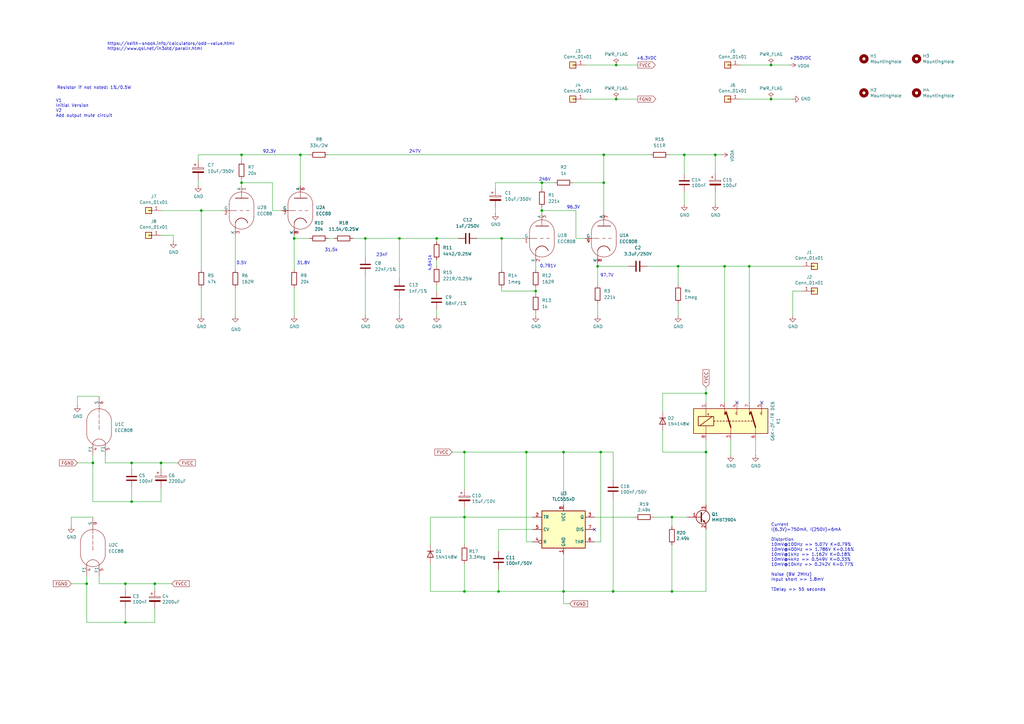
<source format=kicad_sch>
(kicad_sch (version 20231120) (generator "eeschema") (generator_version "8.0")
  (paper "A3")
  (title_block (title "Phono pre-amp MM ECC88-ECC808") (date "2024-11-20") (rev "V2"))
  (lib_symbols
    (symbol "Connector_Generic:Conn_01x01" (pin_names (offset 1.016) hide)
      (property "Reference" "J" (at 0 2.54 0))
      (property "Value" "Conn_01x01" (at 0 -2.54 0))
      (symbol "Conn_01x01_1_1"
        (pin passive line (at -5.08 0 0) (length 3.81) (name "Pin_1") (number "1"))
      )
    )
    (symbol "Device:C" (pin_numbers hide) (pin_names (offset 0.254))
      (property "Reference" "C" (at 0.635 2.54 0))
      (property "Value" "C" (at 0.635 -2.54 0))
      (symbol "C_1_1"
        (pin passive line (at 0 3.81 270) (length 2.794) (name "~") (number "1"))
        (pin passive line (at 0 -3.81 90) (length 2.794) (name "~") (number "2"))
      )
    )
    (symbol "Device:C_Polarized" (pin_numbers hide) (pin_names (offset 0.254))
      (property "Reference" "C" (at 0.635 2.54 0))
      (property "Value" "C_Polarized" (at 0.635 -2.54 0))
      (symbol "C_Polarized_1_1"
        (pin passive line (at 0 3.81 270) (length 2.794) (name "~") (number "1"))
        (pin passive line (at 0 -3.81 90) (length 2.794) (name "~") (number "2"))
      )
    )
    (symbol "Device:R" (pin_numbers hide) (pin_names (offset 0))
      (property "Reference" "R" (at 2.032 0 90))
      (property "Value" "R" (at 0 0 90))
      (symbol "R_1_1"
        (pin passive line (at 0 3.81 270) (length 1.27) (name "~") (number "1"))
        (pin passive line (at 0 -3.81 90) (length 1.27) (name "~") (number "2"))
      )
    )
    (symbol "Diode:1N4148W" (pin_numbers hide) (pin_names hide)
      (property "Reference" "D" (at 0 2.54 0))
      (property "Value" "1N4148W" (at 0 -2.54 0))
      (symbol "1N4148W_1_1"
        (pin passive line (at -3.81 0 0) (length 2.54) (name "K") (number "1"))
        (pin passive line (at 3.81 0 180) (length 2.54) (name "A") (number "2"))
      )
    )
    (symbol "Mechanical:MountingHole" (pin_names (offset 1.016)) (exclude_from_sim yes) (in_bom no)
      (property "Reference" "H" (at 0 5.08 0))
      (property "Value" "MountingHole" (at 0 3.175 0))
    )
    (symbol "Relay:G6K-2"
      (property "Reference" "K" (at 16.51 3.81 0))
      (property "Value" "G6K-2" (at 16.51 1.27 0))
      (symbol "G6K-2_0_0"
        (text "+" (at -9.271 2.921 0) (effects (font (size 1.27 1.27))))
      )
      (symbol "G6K-2_1_1"
        (pin passive line (at -10.16 7.62 270) (length 2.54) (name "~") (number "1"))
        (pin passive line (at -2.54 7.62 270) (length 2.54) (name "~") (number "2"))
        (pin passive line (at 0 -7.62 90) (length 2.54) (name "~") (number "3"))
        (pin passive line (at 2.54 7.62 270) (length 2.54) (name "~") (number "4"))
        (pin passive line (at 12.7 7.62 270) (length 2.54) (name "~") (number "5"))
        (pin passive line (at 10.16 -7.62 90) (length 2.54) (name "~") (number "6"))
        (pin passive line (at 7.62 7.62 270) (length 2.54) (name "~") (number "7"))
        (pin passive line (at -10.16 -7.62 90) (length 2.54) (name "~") (number "8"))
      )
    )
    (symbol "Timer:TLC555xD"
      (property "Reference" "U" (at -10.16 8.89 0))
      (property "Value" "TLC555xD" (at 2.54 8.89 0))
      (symbol "TLC555xD_0_0"
        (pin power_in line (at 0 -10.16 90) (length 2.54) (name "GND") (number "1"))
        (pin power_in line (at 0 10.16 270) (length 2.54) (name "VCC") (number "8"))
      )
      (symbol "TLC555xD_1_1"
        (pin input line (at -12.7 5.08 0) (length 3.81) (name "TR") (number "2"))
        (pin output line (at 12.7 5.08 180) (length 3.81) (name "Q") (number "3"))
        (pin input inverted (at -12.7 -5.08 0) (length 3.81) (name "R") (number "4"))
        (pin input line (at -12.7 0 0) (length 3.81) (name "CV") (number "5"))
        (pin input line (at 12.7 -5.08 180) (length 3.81) (name "THR") (number "6"))
        (pin input line (at 12.7 0 180) (length 3.81) (name "DIS") (number "7"))
      )
    )
    (symbol "Transistor_BJT:MMBT3904" (pin_names (offset 0) hide)
      (property "Reference" "Q" (at 5.08 1.905 0))
      (property "Value" "MMBT3904" (at 5.08 0 0))
      (symbol "MMBT3904_1_1"
        (pin input line (at -5.08 0 0) (length 5.715) (name "B") (number "1"))
        (pin passive line (at 2.54 -5.08 90) (length 2.54) (name "E") (number "2"))
        (pin passive line (at 2.54 5.08 270) (length 2.54) (name "C") (number "3"))
      )
    )
    (symbol "kicad-snk:ECC808" (pin_names (offset 0))
      (property "Reference" "U" (at 3.302 7.874 0))
      (property "Value" "ECC808" (at 8.89 -7.62 0))
      (symbol "ECC808_1_1"
        (pin output line (at 0 10.16 270) (length 2.54) (name "A") (number "7"))
        (pin bidirectional line (at -2.54 -10.16 90) (length 2.54) (name "K") (number "8"))
        (pin input line (at -7.62 0 0) (length 2.54) (name "G") (number "9"))
      )
      (symbol "ECC808_2_1"
        (pin input line (at -7.62 0 0) (length 2.54) (name "G") (number "1"))
        (pin bidirectional line (at -2.54 -10.16 90) (length 2.54) (name "K") (number "2"))
        (pin output line (at 0 10.16 270) (length 2.54) (name "A") (number "3"))
      )
      (symbol "ECC808_3_1"
        (pin power_in line (at -2.54 -11.43 90) (length 5.08) (name "F1") (number "4"))
        (pin power_in line (at 2.54 -11.43 90) (length 5.08) (name "F1") (number "5"))
        (pin passive line (at 0 12.7 270) (length 5.08) (name "S") (number "6"))
      )
    )
    (symbol "kicad-snk:ECC88" (pin_names (offset 0))
      (property "Reference" "U" (at 3.302 7.874 0))
      (property "Value" "ECC88" (at 8.89 -7.62 0))
      (symbol "ECC88_1_1"
        (pin output line (at 0 10.16 270) (length 2.54) (name "A") (number "6"))
        (pin input line (at -7.62 0 0) (length 2.54) (name "G") (number "7"))
        (pin bidirectional line (at -2.54 -10.16 90) (length 2.54) (name "K") (number "8"))
      )
      (symbol "ECC88_2_1"
        (pin output line (at 0 10.16 270) (length 2.54) (name "A") (number "1"))
        (pin input line (at -7.62 0 0) (length 2.54) (name "G") (number "2"))
        (pin bidirectional line (at -2.54 -10.16 90) (length 2.54) (name "K") (number "3"))
      )
      (symbol "ECC88_3_1"
        (pin power_in line (at -2.54 -11.43 90) (length 5.08) (name "F1") (number "4"))
        (pin power_in line (at 2.54 -11.43 90) (length 5.08) (name "F1") (number "5"))
        (pin passive line (at 0 12.7 270) (length 5.08) (name "S") (number "9"))
      )
    )
    (symbol "power:GND" (power) (pin_numbers hide) (pin_names (offset 0) hide)
      (property "Value" "GND" (at 0 -3.81 0))
      (symbol "GND_1_1"
        (pin power_in line (at 0 0 270) (length 0) (name "~") (number "1"))
      )
    )
    (symbol "power:PWR_FLAG" (power) (pin_numbers hide) (pin_names (offset 0) hide)
      (property "Value" "PWR_FLAG" (at 0 3.81 0))
      (symbol "PWR_FLAG_0_0"
        (pin power_out line (at 0 0 90) (length 0) (name "~") (number "1"))
      )
    )
    (symbol "power:VDDA" (power) (pin_numbers hide) (pin_names (offset 0) hide)
      (property "Value" "VDDA" (at 0 3.556 0))
      (symbol "VDDA_1_1"
        (pin power_in line (at 0 0 90) (length 0) (name "~") (number "1"))
      )
    )
  )
  (junction (at 231.14 242.57))
  (junction (at 99.06 63.5))
  (junction (at 289.56 161.29))
  (junction (at 120.65 97.79))
  (junction (at 245.11 109.22))
  (junction (at 204.47 242.57))
  (junction (at 190.5 185.42))
  (junction (at 53.975 189.865))
  (junction (at 215.9 185.42))
  (junction (at 35.56 239.395))
  (junction (at 63.5 239.395))
  (junction (at 222.25 74.93))
  (junction (at 231.14 185.42))
  (junction (at 275.59 212.09))
  (junction (at 247.65 74.93))
  (junction (at 66.04 189.865))
  (junction (at 53.975 205.74))
  (junction (at 316.23 40.64))
  (junction (at 219.71 119.38))
  (junction (at 280.67 63.5))
  (junction (at 316.23 26.67))
  (junction (at 252.73 40.64))
  (junction (at 246.38 185.42))
  (junction (at 289.56 185.42))
  (junction (at 190.5 212.09))
  (junction (at 222.25 86.36))
  (junction (at 163.83 97.79))
  (junction (at 307.34 109.22))
  (junction (at 297.18 109.22))
  (junction (at 179.07 97.79))
  (junction (at 252.73 26.67))
  (junction (at 251.46 242.57))
  (junction (at 123.19 63.5))
  (junction (at 275.59 242.57))
  (junction (at 51.435 239.395))
  (junction (at 51.435 255.27))
  (junction (at 38.1 189.865))
  (junction (at 82.55 86.36))
  (junction (at 278.13 109.22))
  (junction (at 99.06 74.93))
  (junction (at 205.74 97.79))
  (junction (at 149.86 97.79))
  (junction (at 247.65 63.5))
  (junction (at 293.37 63.5))
  (junction (at 190.5 242.57))
  (no_connect (at 243.84 217.17))
  (no_connect (at 302.26 165.1))
  (no_connect (at 312.42 165.1))
  (wire (pts (xy 251.46 242.57) (xy 231.14 242.57)))
  (wire (pts (xy 251.46 196.85) (xy 251.46 185.42)))
  (wire (pts (xy 203.2 77.47) (xy 203.2 74.93)))
  (wire (pts (xy 203.2 74.93) (xy 222.25 74.93)))
  (wire (pts (xy 246.38 222.25) (xy 246.38 185.42)))
  (wire (pts (xy 43.18 189.865) (xy 53.975 189.865)))
  (wire (pts (xy 163.83 97.79) (xy 149.86 97.79)))
  (wire (pts (xy 280.67 71.12) (xy 280.67 63.5)))
  (wire (pts (xy 53.975 189.865) (xy 66.04 189.865)))
  (wire (pts (xy 38.1 205.74) (xy 53.975 205.74)))
  (wire (pts (xy 271.78 168.91) (xy 271.78 161.29)))
  (wire (pts (xy 231.14 207.01) (xy 231.14 185.42)))
  (wire (pts (xy 325.12 119.38) (xy 325.12 129.54)))
  (wire (pts (xy 163.83 97.79) (xy 179.07 97.79)))
  (wire (pts (xy 29.21 239.395) (xy 35.56 239.395)))
  (wire (pts (xy 29.21 215.9) (xy 29.21 212.09)))
  (wire (pts (xy 293.37 63.5) (xy 293.37 71.12)))
  (wire (pts (xy 179.07 106.68) (xy 179.07 109.22)))
  (wire (pts (xy 252.73 26.67) (xy 240.03 26.67)))
  (wire (pts (xy 144.78 97.79) (xy 149.86 97.79)))
  (wire (pts (xy 123.19 63.5) (xy 99.06 63.5)))
  (wire (pts (xy 222.25 85.09) (xy 222.25 86.36)))
  (wire (pts (xy 316.23 26.67) (xy 303.53 26.67)))
  (wire (pts (xy 81.28 66.04) (xy 81.28 63.5)))
  (wire (pts (xy 218.44 222.25) (xy 215.9 222.25)))
  (wire (pts (xy 82.55 86.36) (xy 82.55 110.49)))
  (wire (pts (xy 185.42 185.42) (xy 190.5 185.42)))
  (wire (pts (xy 325.12 119.38) (xy 328.93 119.38)))
  (wire (pts (xy 281.94 212.09) (xy 275.59 212.09)))
  (wire (pts (xy 222.25 86.36) (xy 236.22 86.36)))
  (wire (pts (xy 134.62 63.5) (xy 247.65 63.5)))
  (wire (pts (xy 179.07 97.79) (xy 179.07 99.06)))
  (wire (pts (xy 35.56 239.395) (xy 35.56 255.27)))
  (wire (pts (xy 309.88 186.69) (xy 309.88 180.34)))
  (wire (pts (xy 35.56 239.395) (xy 35.56 236.22)))
  (wire (pts (xy 247.65 74.93) (xy 247.65 63.5)))
  (wire (pts (xy 271.78 161.29) (xy 289.56 161.29)))
  (wire (pts (xy 275.59 215.9) (xy 275.59 212.09)))
  (wire (pts (xy 316.23 40.64) (xy 325.12 40.64)))
  (wire (pts (xy 236.22 97.79) (xy 236.22 86.36)))
  (wire (pts (xy 120.65 97.79) (xy 127 97.79)))
  (wire (pts (xy 245.11 124.46) (xy 245.11 129.54)))
  (wire (pts (xy 115.57 86.36) (xy 111.76 86.36)))
  (wire (pts (xy 66.04 86.36) (xy 82.55 86.36)))
  (wire (pts (xy 120.65 118.11) (xy 120.65 129.54)))
  (wire (pts (xy 278.13 124.46) (xy 278.13 129.54)))
  (wire (pts (xy 190.5 212.09) (xy 190.5 208.28)))
  (wire (pts (xy 233.68 247.65) (xy 231.14 247.65)))
  (wire (pts (xy 218.44 217.17) (xy 204.47 217.17)))
  (wire (pts (xy 96.52 118.11) (xy 96.52 129.54)))
  (wire (pts (xy 120.65 97.79) (xy 120.65 110.49)))
  (wire (pts (xy 99.06 73.66) (xy 99.06 74.93)))
  (wire (pts (xy 190.5 212.09) (xy 176.53 212.09)))
  (wire (pts (xy 323.85 26.67) (xy 316.23 26.67)))
  (wire (pts (xy 231.14 242.57) (xy 204.47 242.57)))
  (wire (pts (xy 205.74 118.11) (xy 205.74 119.38)))
  (wire (pts (xy 231.14 227.33) (xy 231.14 242.57)))
  (wire (pts (xy 53.975 200.025) (xy 53.975 205.74)))
  (wire (pts (xy 38.1 189.865) (xy 38.1 205.74)))
  (wire (pts (xy 81.28 73.66) (xy 81.28 76.2)))
  (wire (pts (xy 66.04 189.865) (xy 73.025 189.865)))
  (wire (pts (xy 219.71 128.27) (xy 219.71 129.54)))
  (wire (pts (xy 179.07 97.79) (xy 187.96 97.79)))
  (wire (pts (xy 219.71 118.11) (xy 219.71 119.38)))
  (wire (pts (xy 66.04 205.74) (xy 53.975 205.74)))
  (wire (pts (xy 278.13 109.22) (xy 297.18 109.22)))
  (wire (pts (xy 265.43 109.22) (xy 278.13 109.22)))
  (wire (pts (xy 176.53 212.09) (xy 176.53 223.52)))
  (wire (pts (xy 247.65 87.63) (xy 247.65 74.93)))
  (wire (pts (xy 246.38 185.42) (xy 231.14 185.42)))
  (wire (pts (xy 40.64 239.395) (xy 51.435 239.395)))
  (wire (pts (xy 245.11 109.22) (xy 257.81 109.22)))
  (wire (pts (xy 111.76 86.36) (xy 111.76 74.93)))
  (wire (pts (xy 176.53 242.57) (xy 176.53 231.14)))
  (wire (pts (xy 289.56 180.34) (xy 289.56 185.42)))
  (wire (pts (xy 204.47 217.17) (xy 204.47 226.06)))
  (wire (pts (xy 299.72 186.69) (xy 299.72 180.34)))
  (wire (pts (xy 303.53 40.64) (xy 316.23 40.64)))
  (wire (pts (xy 245.11 109.22) (xy 245.11 116.84)))
  (wire (pts (xy 31.75 166.37) (xy 31.75 162.56)))
  (wire (pts (xy 29.21 212.09) (xy 38.1 212.09)))
  (wire (pts (xy 218.44 212.09) (xy 190.5 212.09)))
  (wire (pts (xy 66.04 200.025) (xy 66.04 205.74)))
  (wire (pts (xy 205.74 97.79) (xy 214.63 97.79)))
  (wire (pts (xy 35.56 255.27) (xy 51.435 255.27)))
  (wire (pts (xy 289.56 242.57) (xy 275.59 242.57)))
  (wire (pts (xy 163.83 114.3) (xy 163.83 97.79)))
  (wire (pts (xy 82.55 118.11) (xy 82.55 129.54)))
  (wire (pts (xy 222.25 77.47) (xy 222.25 74.93)))
  (wire (pts (xy 243.84 212.09) (xy 260.35 212.09)))
  (wire (pts (xy 271.78 185.42) (xy 289.56 185.42)))
  (wire (pts (xy 51.435 249.555) (xy 51.435 255.27)))
  (wire (pts (xy 190.5 200.66) (xy 190.5 185.42)))
  (wire (pts (xy 231.14 185.42) (xy 215.9 185.42)))
  (wire (pts (xy 289.56 185.42) (xy 289.56 207.01)))
  (wire (pts (xy 251.46 204.47) (xy 251.46 242.57)))
  (wire (pts (xy 222.25 74.93) (xy 227.33 74.93)))
  (wire (pts (xy 63.5 239.395) (xy 63.5 241.935)))
  (wire (pts (xy 275.59 242.57) (xy 251.46 242.57)))
  (wire (pts (xy 274.32 63.5) (xy 280.67 63.5)))
  (wire (pts (xy 149.86 113.03) (xy 149.86 129.54)))
  (wire (pts (xy 120.65 96.52) (xy 120.65 97.79)))
  (wire (pts (xy 222.25 86.36) (xy 222.25 87.63)))
  (wire (pts (xy 231.14 242.57) (xy 231.14 247.65)))
  (wire (pts (xy 66.04 189.865) (xy 66.04 192.405)))
  (wire (pts (xy 219.71 119.38) (xy 219.71 120.65)))
  (wire (pts (xy 40.64 239.395) (xy 40.64 236.22)))
  (wire (pts (xy 190.5 242.57) (xy 190.5 231.14)))
  (wire (pts (xy 71.12 96.52) (xy 66.04 96.52)))
  (wire (pts (xy 63.5 239.395) (xy 70.485 239.395)))
  (wire (pts (xy 307.34 109.22) (xy 328.93 109.22)))
  (wire (pts (xy 203.2 85.09) (xy 203.2 87.63)))
  (wire (pts (xy 190.5 185.42) (xy 215.9 185.42)))
  (wire (pts (xy 31.75 162.56) (xy 40.64 162.56)))
  (wire (pts (xy 245.11 107.95) (xy 245.11 109.22)))
  (wire (pts (xy 289.56 161.29) (xy 289.56 158.75)))
  (wire (pts (xy 307.34 109.22) (xy 307.34 165.1)))
  (wire (pts (xy 63.5 255.27) (xy 51.435 255.27)))
  (wire (pts (xy 82.55 86.36) (xy 91.44 86.36)))
  (wire (pts (xy 38.1 189.865) (xy 38.1 186.69)))
  (wire (pts (xy 63.5 249.555) (xy 63.5 255.27)))
  (wire (pts (xy 53.975 189.865) (xy 53.975 192.405)))
  (wire (pts (xy 289.56 165.1) (xy 289.56 161.29)))
  (wire (pts (xy 71.12 96.52) (xy 71.12 99.06)))
  (wire (pts (xy 280.67 83.82) (xy 280.67 78.74)))
  (wire (pts (xy 127 63.5) (xy 123.19 63.5)))
  (wire (pts (xy 293.37 83.82) (xy 293.37 78.74)))
  (wire (pts (xy 96.52 96.52) (xy 96.52 110.49)))
  (wire (pts (xy 204.47 242.57) (xy 190.5 242.57)))
  (wire (pts (xy 219.71 107.95) (xy 219.71 110.49)))
  (wire (pts (xy 134.62 97.79) (xy 137.16 97.79)))
  (wire (pts (xy 275.59 212.09) (xy 267.97 212.09)))
  (wire (pts (xy 111.76 74.93) (xy 99.06 74.93)))
  (wire (pts (xy 293.37 63.5) (xy 295.91 63.5)))
  (wire (pts (xy 43.18 189.865) (xy 43.18 186.69)))
  (wire (pts (xy 190.5 242.57) (xy 176.53 242.57)))
  (wire (pts (xy 278.13 109.22) (xy 278.13 116.84)))
  (wire (pts (xy 251.46 185.42) (xy 246.38 185.42)))
  (wire (pts (xy 99.06 63.5) (xy 99.06 66.04)))
  (wire (pts (xy 190.5 212.09) (xy 190.5 223.52)))
  (wire (pts (xy 51.435 239.395) (xy 63.5 239.395)))
  (wire (pts (xy 297.18 109.22) (xy 297.18 165.1)))
  (wire (pts (xy 51.435 239.395) (xy 51.435 241.935)))
  (wire (pts (xy 297.18 109.22) (xy 307.34 109.22)))
  (wire (pts (xy 205.74 97.79) (xy 205.74 110.49)))
  (wire (pts (xy 271.78 176.53) (xy 271.78 185.42)))
  (wire (pts (xy 234.95 74.93) (xy 247.65 74.93)))
  (wire (pts (xy 195.58 97.79) (xy 205.74 97.79)))
  (wire (pts (xy 149.86 105.41) (xy 149.86 97.79)))
  (wire (pts (xy 280.67 63.5) (xy 293.37 63.5)))
  (wire (pts (xy 99.06 74.93) (xy 99.06 76.2)))
  (wire (pts (xy 179.07 116.84) (xy 179.07 119.38)))
  (wire (pts (xy 123.19 63.5) (xy 123.19 76.2)))
  (wire (pts (xy 275.59 223.52) (xy 275.59 242.57)))
  (wire (pts (xy 252.73 40.64) (xy 261.62 40.64)))
  (wire (pts (xy 215.9 222.25) (xy 215.9 185.42)))
  (wire (pts (xy 163.83 121.92) (xy 163.83 129.54)))
  (wire (pts (xy 31.75 189.865) (xy 38.1 189.865)))
  (wire (pts (xy 179.07 127) (xy 179.07 129.54)))
  (wire (pts (xy 252.73 26.67) (xy 261.62 26.67)))
  (wire (pts (xy 243.84 222.25) (xy 246.38 222.25)))
  (wire (pts (xy 81.28 63.5) (xy 99.06 63.5)))
  (wire (pts (xy 204.47 242.57) (xy 204.47 233.68)))
  (wire (pts (xy 205.74 119.38) (xy 219.71 119.38)))
  (wire (pts (xy 240.03 40.64) (xy 252.73 40.64)))
  (wire (pts (xy 289.56 217.17) (xy 289.56 242.57)))
  (wire (pts (xy 240.03 97.79) (xy 236.22 97.79)))
  (wire (pts (xy 247.65 63.5) (xy 266.7 63.5)))
  (text "92.3V" (at 110.49 62.23 0) (effects (font (size 1.27 1.27))))
  (text "247V" (at 170.18 62.23 0) (effects (font (size 1.27 1.27))))
  (text "0.791V" (at 224.79 109.22 0) (effects (font (size 1.27 1.27))))
  (text "23nF" (at 156.718 104.648 0) (effects (font (size 1.27 1.27))))
  (text "+250VDC" (at 323.85 24.765 0) (effects (font (size 1.27 1.27)) (justify left bottom)))
  (text "31.8V" (at 124.46 107.95 0) (effects (font (size 1.27 1.27))))
  (text "4.641k" (at 176.276 107.95 90) (effects (font (size 1.27 1.27))))
  (text "Resistor if not noted: 1%/0.5W" (at 38.608 36.068 0) (effects (font (size 1.27 1.27))))
  (text "Current\nI(6.3V)=750mA, I(250V)=6mA\n\nDistortion\n10mV@100Hz => 5.07V K=0.79%\n10mV@400Hz => 1.786V K=0.16%\n10mV@1kHz => 1.162V K=0.18%\n10mV@4kHz => 0.549V K=0.33%\n10mV@10kHz => 0.242V K=0.77%\n\nNoise (BW 2MHz)\nInput short => 1.8mV\n\nTDelay => 55 seconds" (at 316.23 228.6 0) (effects (font (size 1.27 1.27)) (justify left)))
  (text "31.5k" (at 135.89 102.616 0) (effects (font (size 1.27 1.27))))
  (text "246V" (at 220.98 73.66 0) (effects (font (size 1.27 1.27)) (justify left)))
  (text "V1\nInitial Version\nV2\nAdd output mute circuit" (at 22.86 44.45 0) (effects (font (size 1.27 1.27)) (justify left)))
  (text "96.3V" (at 232.41 85.09 0) (effects (font (size 1.27 1.27)) (justify left)))
  (text "97.7V" (at 248.92 113.03 0) (effects (font (size 1.27 1.27))))
  (text "https://keith-snook.info/calculators/odd-value.html\nhttps://www.qsl.net/in3otd/parallr.html" (at 43.942 19.05 0) (effects (font (size 1.27 1.27)) (justify left)))
  (text "+6.3VDC" (at 260.985 24.765 0) (effects (font (size 1.27 1.27)) (justify left bottom)))
  (text "0.5V" (at 99.06 107.95 0) (effects (font (size 1.27 1.27))))
  (global_label "FGND" (shape input) (at 31.75 189.865 180) (property "Intersheetrefs" "${INTERSHEET_REFS}" (effects (hide yes))))
  (global_label "FVCC" (shape input) (at 185.42 185.42 180) (property "Intersheetrefs" "${INTERSHEET_REFS}" (effects (hide yes))))
  (global_label "FVCC" (shape input) (at 70.485 239.395 0) (property "Intersheetrefs" "${INTERSHEET_REFS}" (effects (hide yes))))
  (global_label "FGND" (shape output) (at 261.62 40.64 0) (property "Intersheetrefs" "${INTERSHEET_REFS}" (effects (hide yes))))
  (global_label "FVCC" (shape input) (at 289.56 158.75 90) (property "Intersheetrefs" "${INTERSHEET_REFS}" (effects (hide yes))))
  (global_label "FVCC" (shape output) (at 261.62 26.67 0) (property "Intersheetrefs" "${INTERSHEET_REFS}" (effects (hide yes))))
  (global_label "FGND" (shape input) (at 233.68 247.65 0) (property "Intersheetrefs" "${INTERSHEET_REFS}" (effects (hide yes))))
  (global_label "FGND" (shape input) (at 29.21 239.395 180) (property "Intersheetrefs" "${INTERSHEET_REFS}" (effects (hide yes))))
  (global_label "FVCC" (shape input) (at 73.025 189.865 0) (property "Intersheetrefs" "${INTERSHEET_REFS}" (effects (hide yes))))
  (symbol (lib_id "Connector_Generic:Conn_01x01") (at 298.45 40.64 180) (unit 1)
    (property "Reference" "J6" (at 300.5328 34.925 0))
    (property "Value" "Conn_01x01" (at 300.5328 37.2364 0))
    (property "Footprint" "Connector_Pin:Pin_D1.3mm_L11.0mm" (effects (hide yes)))
    (property "Description" "Generic connector, single row, 01x01, script generated (kicad-library-utils/schlib/autogen/connector/)" (effects (hide yes)))
  )
  (symbol (lib_id "power:GND") (at 309.88 186.69 0) (unit 1)
    (property "Reference" "#PWR011" (effects (hide yes)))
    (property "Value" "GND" (at 310.007 191.0842 0))
    (property "Description" "Power symbol creates a global label with name \"GND\" , ground" (effects (hide yes)))
  )
  (symbol (lib_id "power:GND") (at 245.11 129.54 0) (unit 1)
    (property "Reference" "#PWR018" (effects (hide yes)))
    (property "Value" "GND" (at 245.237 133.9342 0))
    (property "Description" "Power symbol creates a global label with name \"GND\" , ground" (effects (hide yes)))
  )
  (symbol (lib_id "Connector_Generic:Conn_01x01") (at 234.95 26.67 180) (unit 1)
    (property "Reference" "J3" (at 237.0328 20.955 0))
    (property "Value" "Conn_01x01" (at 237.0328 23.2664 0))
    (property "Footprint" "Connector_Pin:Pin_D1.3mm_L11.0mm" (effects (hide yes)))
    (property "Description" "Generic connector, single row, 01x01, script generated (kicad-library-utils/schlib/autogen/connector/)" (effects (hide yes)))
  )
  (symbol (lib_id "Transistor_BJT:MMBT3904") (at 287.02 212.09 0) (unit 1)
    (property "Reference" "Q1" (at 291.8714 210.9216 0) (effects (justify left)))
    (property "Value" "MMBT3904" (at 291.8714 213.233 0) (effects (justify left)))
    (property "Footprint" "Package_TO_SOT_SMD:SOT-23" (effects (hide yes)))
    (property "Datasheet" "https://www.onsemi.com/pdf/datasheet/pzt3904-d.pdf" (effects (hide yes)))
    (property "Description" "0.2A Ic, 40V Vce, Small Signal NPN Transistor, SOT-23" (effects (hide yes)))
  )
  (symbol (lib_id "Device:C") (at 261.62 109.22 90) (unit 1)
    (property "Reference" "C2" (at 261.62 101.6 90))
    (property "Value" "3.3uF/250V" (at 261.62 104.14 90))
    (property "Footprint" "Capacitor_THT:C_Rect_L31.5mm_W13.0mm_P27.50mm_MKS4" (effects (hide yes)))
    (property "Description" "Unpolarized capacitor" (effects (hide yes)))
  )
  (symbol (lib_id "power:GND") (at 293.37 83.82 0) (unit 1)
    (property "Reference" "#PWR022" (effects (hide yes)))
    (property "Value" "GND" (at 293.497 88.2142 0))
    (property "Description" "Power symbol creates a global label with name \"GND\" , ground" (effects (hide yes)))
  )
  (symbol (lib_id "Device:R") (at 82.55 114.3 0) (unit 1)
    (property "Reference" "R5" (at 85.09 113.0299 0) (effects (justify left)))
    (property "Value" "47k" (at 85.09 115.5699 0) (effects (justify left)))
    (property "Footprint" "Resistor_THT:R_Axial_DIN0207_L6.3mm_D2.5mm_P10.16mm_Horizontal" (effects (hide yes)))
    (property "Description" "Resistor" (effects (hide yes)))
  )
  (symbol (lib_id "Device:R") (at 222.25 81.28 0) (unit 1)
    (property "Reference" "R1" (at 224.79 80.0099 0) (effects (justify left)))
    (property "Value" "221k" (at 224.79 82.5499 0) (effects (justify left)))
    (property "Footprint" "Resistor_THT:R_Axial_DIN0207_L6.3mm_D2.5mm_P10.16mm_Horizontal" (effects (hide yes)))
    (property "Description" "Resistor" (effects (hide yes)))
  )
  (symbol (lib_id "Device:C") (at 251.46 200.66 0) (unit 1)
    (property "Reference" "C16" (at 254.381 199.4916 0) (effects (justify left)))
    (property "Value" "100nF/50V" (at 254.381 201.803 0) (effects (justify left)))
    (property "Footprint" "Capacitor_SMD:C_0805_2012Metric_Pad1.18x1.45mm_HandSolder" (effects (hide yes)))
    (property "Description" "Unpolarized capacitor" (effects (hide yes)))
  )
  (symbol (lib_id "Device:C_Polarized") (at 293.37 74.93 0) (unit 1)
    (property "Reference" "C15" (at 296.3672 73.7616 0) (effects (justify left)))
    (property "Value" "100uF" (at 296.3672 76.073 0) (effects (justify left)))
    (property "Footprint" "Capacitor_THT:CP_Radial_D18.0mm_P7.50mm" (effects (hide yes)))
    (property "Description" "Polarized capacitor" (effects (hide yes)))
  )
  (symbol (lib_id "power:GND") (at 219.71 129.54 0) (unit 1)
    (property "Reference" "#PWR017" (effects (hide yes)))
    (property "Value" "GND" (at 219.837 133.9342 0))
    (property "Description" "Power symbol creates a global label with name \"GND\" , ground" (effects (hide yes)))
  )
  (symbol (lib_id "Connector_Generic:Conn_01x01") (at 234.95 40.64 180) (unit 1)
    (property "Reference" "J4" (at 237.0328 34.925 0))
    (property "Value" "Conn_01x01" (at 237.0328 37.2364 0))
    (property "Footprint" "Connector_Pin:Pin_D1.3mm_L11.0mm" (effects (hide yes)))
    (property "Description" "Generic connector, single row, 01x01, script generated (kicad-library-utils/schlib/autogen/connector/)" (effects (hide yes)))
  )
  (symbol (lib_id "Device:R") (at 96.52 114.3 0) (unit 1)
    (property "Reference" "R6" (at 99.06 113.0299 0) (effects (justify left)))
    (property "Value" "162R" (at 99.06 115.5699 0) (effects (justify left)))
    (property "Footprint" "Resistor_THT:R_Axial_DIN0207_L6.3mm_D2.5mm_P10.16mm_Horizontal" (effects (hide yes)))
    (property "Description" "Resistor" (effects (hide yes)))
  )
  (symbol (lib_id "Device:C") (at 51.435 245.745 0) (unit 1)
    (property "Reference" "C3" (at 54.356 244.5766 0) (effects (justify left)))
    (property "Value" "100nF" (at 54.356 246.888 0) (effects (justify left)))
    (property "Footprint" "Capacitor_THT:C_Rect_L7.2mm_W2.5mm_P5.00mm_FKS2_FKP2_MKS2_MKP2" (effects (hide yes)))
    (property "Description" "Unpolarized capacitor" (effects (hide yes)))
  )
  (symbol (lib_id "Device:R") (at 120.65 114.3 0) (unit 1)
    (property "Reference" "R9" (at 123.19 113.0299 0) (effects (justify left)))
    (property "Value" "20k" (at 123.19 115.5699 0) (effects (justify left)))
    (property "Footprint" "Resistor_THT:R_Axial_DIN0207_L6.3mm_D2.5mm_P10.16mm_Horizontal" (effects (hide yes)))
    (property "Description" "Resistor" (effects (hide yes)))
  )
  (symbol (lib_id "power:GND") (at 163.83 129.54 0) (unit 1)
    (property "Reference" "#PWR014" (effects (hide yes)))
    (property "Value" "GND" (at 163.957 133.9342 0))
    (property "Description" "Power symbol creates a global label with name \"GND\" , ground" (effects (hide yes)))
  )
  (symbol (lib_id "power:PWR_FLAG") (at 316.23 40.64 0) (unit 1)
    (property "Reference" "#FLG04" (effects (hide yes)))
    (property "Value" "PWR_FLAG" (at 316.23 36.2458 0))
    (property "Description" "Special symbol for telling ERC where power comes from" (effects (hide yes)))
  )
  (symbol (lib_id "power:GND") (at 280.67 83.82 0) (unit 1)
    (property "Reference" "#PWR021" (effects (hide yes)))
    (property "Value" "GND" (at 280.797 88.2142 0))
    (property "Description" "Power symbol creates a global label with name \"GND\" , ground" (effects (hide yes)))
  )
  (symbol (lib_id "Relay:G6K-2") (at 299.72 172.72 0) (unit 1)
    (property "Reference" "K1" (at 319.2018 172.72 90))
    (property "Value" "G6K-2F-TR DC6" (at 316.8904 172.72 90))
    (property "Footprint" "Relay_SMD:Relay_DPDT_Omron_G6K-2F" (effects (hide yes)))
    (property "Datasheet" "http://omronfs.omron.com/en_US/ecb/products/pdf/en-g6k.pdf" (effects (hide yes)))
    (property "Description" "Miniature 2-pole relay, Single-side Stable" (effects (hide yes)))
  )
  (symbol (lib_id "power:GND") (at 82.55 129.54 0) (unit 1)
    (property "Reference" "#PWR07" (effects (hide yes)))
    (property "Value" "GND" (at 82.677 133.9342 0))
    (property "Description" "Power symbol creates a global label with name \"GND\" , ground" (effects (hide yes)))
  )
  (symbol (lib_id "Connector_Generic:Conn_01x01") (at 60.96 86.36 180) (unit 1)
    (property "Reference" "J7" (at 63.0428 80.645 0))
    (property "Value" "Conn_01x01" (at 63.0428 82.9564 0))
    (property "Footprint" "Connector_Pin:Pin_D1.0mm_L10.0mm" (effects (hide yes)))
    (property "Description" "Generic connector, single row, 01x01, script generated (kicad-library-utils/schlib/autogen/connector/)" (effects (hide yes)))
  )
  (symbol (lib_id "Device:R") (at 278.13 120.65 0) (unit 1)
    (property "Reference" "R4" (at 280.67 119.3799 0) (effects (justify left)))
    (property "Value" "1meg" (at 280.67 121.9199 0) (effects (justify left)))
    (property "Footprint" "Resistor_THT:R_Axial_DIN0207_L6.3mm_D2.5mm_P10.16mm_Horizontal" (effects (hide yes)))
    (property "Description" "Resistor" (effects (hide yes)))
  )
  (symbol (lib_id "kicad-snk:ECC88") (at 99.06 86.36 0) (unit 2)
    (property "Reference" "U2" (at 105.41 85.0899 0) (effects (justify left)))
    (property "Value" "ECC88" (at 105.41 87.6299 0) (effects (justify left)))
    (property "Footprint" "kicad-snk:TubeNoval-ECC88" (effects (hide yes)))
    (property "Datasheet" "https://frank.pocnet.net/sheets/009/e/E88CC.pdf" (effects (hide yes)))
    (property "Description" "double triode" (effects (hide yes)))
  )
  (symbol (lib_id "power:GND") (at 299.72 186.69 0) (unit 1)
    (property "Reference" "#PWR010" (effects (hide yes)))
    (property "Value" "GND" (at 299.847 191.0842 0))
    (property "Description" "Power symbol creates a global label with name \"GND\" , ground" (effects (hide yes)))
  )
  (symbol (lib_id "Device:R") (at 190.5 227.33 0) (unit 1)
    (property "Reference" "R17" (at 192.278 226.1616 0) (effects (justify left)))
    (property "Value" "3.3Meg" (at 192.278 228.473 0) (effects (justify left)))
    (property "Footprint" "Resistor_SMD:R_0805_2012Metric_Pad1.20x1.40mm_HandSolder" (effects (hide yes)))
    (property "Description" "Resistor" (effects (hide yes)))
  )
  (symbol (lib_id "Device:R") (at 245.11 120.65 0) (unit 1)
    (property "Reference" "R3" (at 247.65 119.3799 0) (effects (justify left)))
    (property "Value" "221k" (at 247.65 121.9199 0) (effects (justify left)))
    (property "Footprint" "Resistor_THT:R_Axial_DIN0207_L6.3mm_D2.5mm_P10.16mm_Horizontal" (effects (hide yes)))
    (property "Description" "Resistor" (effects (hide yes)))
  )
  (symbol (lib_id "power:GND") (at 325.12 40.64 90) (unit 1)
    (property "Reference" "#PWR03" (effects (hide yes)))
    (property "Value" "GND" (at 328.3712 40.513 90) (effects (justify right)))
    (property "Description" "Power symbol creates a global label with name \"GND\" , ground" (effects (hide yes)))
  )
  (symbol (lib_id "power:VDDA") (at 323.85 26.67 270) (unit 1)
    (property "Reference" "#PWR02" (effects (hide yes)))
    (property "Value" "VDDA" (at 327.1012 27.051 90) (effects (justify left)))
    (property "Description" "Power symbol creates a global label with name \"VDDA\"" (effects (hide yes)))
  )
  (symbol (lib_id "power:PWR_FLAG") (at 252.73 40.64 0) (unit 1)
    (property "Reference" "#FLG02" (effects (hide yes)))
    (property "Value" "PWR_FLAG" (at 252.73 36.2458 0))
    (property "Description" "Special symbol for telling ERC where power comes from" (effects (hide yes)))
  )
  (symbol (lib_id "kicad-snk:ECC88") (at 38.1 224.79 0) (unit 3)
    (property "Reference" "U2" (at 44.45 223.5088 0) (effects (justify left)))
    (property "Value" "ECC88" (at 44.45 226.0488 0) (effects (justify left)))
    (property "Footprint" "kicad-snk:TubeNoval-ECC88" (effects (hide yes)))
    (property "Datasheet" "https://frank.pocnet.net/sheets/009/e/E88CC.pdf" (effects (hide yes)))
    (property "Description" "double triode" (effects (hide yes)))
  )
  (symbol (lib_id "power:GND") (at 325.12 129.54 0) (unit 1)
    (property "Reference" "#PWR01" (effects (hide yes)))
    (property "Value" "GND" (at 325.247 133.9342 0))
    (property "Description" "Power symbol creates a global label with name \"GND\" , ground" (effects (hide yes)))
  )
  (symbol (lib_id "Device:C") (at 204.47 229.87 0) (unit 1)
    (property "Reference" "C11" (at 207.391 228.7016 0) (effects (justify left)))
    (property "Value" "100nF/50V" (at 207.391 231.013 0) (effects (justify left)))
    (property "Footprint" "Capacitor_SMD:C_0805_2012Metric_Pad1.18x1.45mm_HandSolder" (effects (hide yes)))
    (property "Description" "Unpolarized capacitor" (effects (hide yes)))
  )
  (symbol (lib_id "Device:R") (at 264.16 212.09 270) (unit 1)
    (property "Reference" "R19" (at 264.16 206.8322 90))
    (property "Value" "2.49k" (at 264.16 209.1436 90))
    (property "Footprint" "Resistor_SMD:R_0805_2012Metric_Pad1.20x1.40mm_HandSolder" (effects (hide yes)))
    (property "Description" "Resistor" (effects (hide yes)))
  )
  (symbol (lib_id "power:GND") (at 31.75 166.37 0) (unit 1)
    (property "Reference" "#PWR05" (effects (hide yes)))
    (property "Value" "GND" (at 31.877 170.7642 0))
    (property "Description" "Power symbol creates a global label with name \"GND\" , ground" (effects (hide yes)))
  )
  (symbol (lib_id "power:GND") (at 278.13 129.54 0) (unit 1)
    (property "Reference" "#PWR019" (effects (hide yes)))
    (property "Value" "GND" (at 278.257 133.9342 0))
    (property "Description" "Power symbol creates a global label with name \"GND\" , ground" (effects (hide yes)))
  )
  (symbol (lib_id "Device:C") (at 53.975 196.215 0) (unit 1)
    (property "Reference" "C5" (at 56.896 195.0466 0) (effects (justify left)))
    (property "Value" "100nF" (at 56.896 197.358 0) (effects (justify left)))
    (property "Footprint" "Capacitor_THT:C_Rect_L7.2mm_W2.5mm_P5.00mm_FKS2_FKP2_MKS2_MKP2" (effects (hide yes)))
    (property "Description" "Unpolarized capacitor" (effects (hide yes)))
  )
  (symbol (lib_id "Device:C_Polarized") (at 63.5 245.745 0) (unit 1)
    (property "Reference" "C4" (at 66.4972 244.5766 0) (effects (justify left)))
    (property "Value" "2200uF" (at 66.4972 246.888 0) (effects (justify left)))
    (property "Footprint" "Capacitor_THT:CP_Radial_D16.0mm_P7.50mm" (effects (hide yes)))
    (property "Description" "Polarized capacitor" (effects (hide yes)))
  )
  (symbol (lib_id "Mechanical:MountingHole") (at 354.33 38.1 0) (unit 1)
    (property "Reference" "H2" (at 356.87 36.9316 0) (effects (justify left)))
    (property "Value" "MountingHole" (at 356.87 39.243 0) (effects (justify left)))
    (property "Footprint" "MountingHole:MountingHole_3.2mm_M3_Pad_Via" (effects (hide yes)))
    (property "Description" "Mounting Hole without connection" (effects (hide yes)))
  )
  (symbol (lib_id "Device:R") (at 275.59 219.71 0) (unit 1)
    (property "Reference" "R20" (at 277.368 218.5416 0) (effects (justify left)))
    (property "Value" "2.49k" (at 277.368 220.853 0) (effects (justify left)))
    (property "Footprint" "Resistor_SMD:R_0805_2012Metric_Pad1.20x1.40mm_HandSolder" (effects (hide yes)))
    (property "Description" "Resistor" (effects (hide yes)))
  )
  (symbol (lib_id "Mechanical:MountingHole") (at 354.33 24.13 0) (unit 1)
    (property "Reference" "H1" (at 356.87 22.9616 0) (effects (justify left)))
    (property "Value" "MountingHole" (at 356.87 25.273 0) (effects (justify left)))
    (property "Footprint" "MountingHole:MountingHole_3.2mm_M3_Pad_Via" (effects (hide yes)))
    (property "Description" "Mounting Hole without connection" (effects (hide yes)))
  )
  (symbol (lib_id "power:PWR_FLAG") (at 316.23 26.67 0) (unit 1)
    (property "Reference" "#FLG03" (effects (hide yes)))
    (property "Value" "PWR_FLAG" (at 316.23 22.2758 0))
    (property "Description" "Special symbol for telling ERC where power comes from" (effects (hide yes)))
  )
  (symbol (lib_id "Mechanical:MountingHole") (at 375.92 38.1 0) (unit 1)
    (property "Reference" "H4" (at 378.46 36.9316 0) (effects (justify left)))
    (property "Value" "MountingHole" (at 378.46 39.243 0) (effects (justify left)))
    (property "Footprint" "MountingHole:MountingHole_3.2mm_M3_Pad_Via" (effects (hide yes)))
    (property "Description" "Mounting Hole without connection" (effects (hide yes)))
  )
  (symbol (lib_id "Device:R") (at 231.14 74.93 90) (unit 1)
    (property "Reference" "R2" (at 231.14 68.58 90))
    (property "Value" "1k" (at 231.14 71.12 90))
    (property "Footprint" "Resistor_THT:R_Axial_DIN0207_L6.3mm_D2.5mm_P10.16mm_Horizontal" (effects (hide yes)))
    (property "Description" "Resistor" (effects (hide yes)))
  )
  (symbol (lib_id "Connector_Generic:Conn_01x01") (at 334.01 119.38 0) (mirror x) (unit 1)
    (property "Reference" "J2" (at 331.9272 113.665 0))
    (property "Value" "Conn_01x01" (at 331.9272 115.9764 0))
    (property "Footprint" "Connector_Pin:Pin_D1.0mm_L10.0mm" (effects (hide yes)))
    (property "Description" "Generic connector, single row, 01x01, script generated (kicad-library-utils/schlib/autogen/connector/)" (effects (hide yes)))
  )
  (symbol (lib_id "Connector_Generic:Conn_01x01") (at 334.01 109.22 0) (mirror x) (unit 1)
    (property "Reference" "J1" (at 331.9272 103.505 0))
    (property "Value" "Conn_01x01" (at 331.9272 105.8164 0))
    (property "Footprint" "Connector_Pin:Pin_D1.0mm_L10.0mm" (effects (hide yes)))
    (property "Description" "Generic connector, single row, 01x01, script generated (kicad-library-utils/schlib/autogen/connector/)" (effects (hide yes)))
  )
  (symbol (lib_id "Device:R") (at 140.97 97.79 90) (unit 1)
    (property "Reference" "R18" (at 140.97 91.44 90))
    (property "Value" "11.5k/0.25W" (at 140.97 93.98 90))
    (property "Footprint" "Resistor_THT:R_Axial_DIN0207_L6.3mm_D2.5mm_P10.16mm_Horizontal" (effects (hide yes)))
    (property "Description" "Resistor" (effects (hide yes)))
  )
  (symbol (lib_id "Device:C_Polarized") (at 66.04 196.215 0) (unit 1)
    (property "Reference" "C6" (at 69.0372 195.0466 0) (effects (justify left)))
    (property "Value" "2200uF" (at 69.0372 197.358 0) (effects (justify left)))
    (property "Footprint" "Capacitor_THT:CP_Radial_D16.0mm_P7.50mm" (effects (hide yes)))
    (property "Description" "Polarized capacitor" (effects (hide yes)))
  )
  (symbol (lib_id "power:GND") (at 149.86 129.54 0) (unit 1)
    (property "Reference" "#PWR015" (effects (hide yes)))
    (property "Value" "GND" (at 149.987 133.9342 0))
    (property "Description" "Power symbol creates a global label with name \"GND\" , ground" (effects (hide yes)))
  )
  (symbol (lib_id "kicad-snk:ECC808") (at 247.65 97.79 0) (unit 1)
    (property "Reference" "U1" (at 254 96.5199 0) (effects (justify left)))
    (property "Value" "ECC808" (at 254 99.0599 0) (effects (justify left)))
    (property "Footprint" "kicad-snk:TubeNoval-ECC88" (effects (hide yes)))
    (property "Datasheet" "https://frank.pocnet.net/sheets/124/e/ECC808.pdf" (effects (hide yes)))
    (property "Description" "double triode" (effects (hide yes)))
  )
  (symbol (lib_id "power:GND") (at 81.28 76.2 0) (unit 1)
    (property "Reference" "#PWR09" (effects (hide yes)))
    (property "Value" "GND" (at 81.407 80.5942 0))
    (property "Description" "Power symbol creates a global label with name \"GND\" , ground" (effects (hide yes)))
  )
  (symbol (lib_id "Device:R") (at 270.51 63.5 90) (unit 1)
    (property "Reference" "R16" (at 270.51 57.15 90))
    (property "Value" "511R" (at 270.51 59.69 90))
    (property "Footprint" "Resistor_THT:R_Axial_DIN0207_L6.3mm_D2.5mm_P10.16mm_Horizontal" (effects (hide yes)))
    (property "Description" "Resistor" (effects (hide yes)))
  )
  (symbol (lib_id "Device:C") (at 149.86 109.22 180) (unit 1)
    (property "Reference" "C8" (at 153.67 107.9499 0) (effects (justify right)))
    (property "Value" "22nF/1%" (at 153.67 110.4899 0) (effects (justify right)))
    (property "Footprint" "Capacitor_THT:C_Rect_L7.2mm_W5.5mm_P5.00mm_FKS2_FKP2_MKS2_MKP2" (effects (hide yes)))
    (property "Description" "Unpolarized capacitor" (effects (hide yes)))
  )
  (symbol (lib_id "Device:R") (at 99.06 69.85 0) (unit 1)
    (property "Reference" "R7" (at 101.6 68.5799 0) (effects (justify left)))
    (property "Value" "20k" (at 101.6 71.1199 0) (effects (justify left)))
    (property "Footprint" "Resistor_THT:R_Axial_DIN0207_L6.3mm_D2.5mm_P10.16mm_Horizontal" (effects (hide yes)))
    (property "Description" "Resistor" (effects (hide yes)))
  )
  (symbol (lib_id "power:GND") (at 96.52 129.54 0) (unit 1)
    (property "Reference" "#PWR08" (effects (hide yes)))
    (property "Value" "GND" (at 96.774 135.128 0))
    (property "Description" "Power symbol creates a global label with name \"GND\" , ground" (effects (hide yes)))
  )
  (symbol (lib_id "Connector_Generic:Conn_01x01") (at 60.96 96.52 180) (unit 1)
    (property "Reference" "J8" (at 63.0428 90.805 0))
    (property "Value" "Conn_01x01" (at 63.0428 93.1164 0))
    (property "Footprint" "Connector_Pin:Pin_D1.0mm_L10.0mm" (effects (hide yes)))
    (property "Description" "Generic connector, single row, 01x01, script generated (kicad-library-utils/schlib/autogen/connector/)" (effects (hide yes)))
  )
  (symbol (lib_id "Device:C") (at 163.83 118.11 180) (unit 1)
    (property "Reference" "C13" (at 167.64 116.8399 0) (effects (justify right)))
    (property "Value" "1nF/1%" (at 167.64 119.3799 0) (effects (justify right)))
    (property "Footprint" "Capacitor_THT:C_Rect_L7.2mm_W5.5mm_P5.00mm_FKS2_FKP2_MKS2_MKP2" (effects (hide yes)))
    (property "Description" "Unpolarized capacitor" (effects (hide yes)))
  )
  (symbol (lib_id "power:GND") (at 179.07 129.54 0) (unit 1)
    (property "Reference" "#PWR013" (effects (hide yes)))
    (property "Value" "GND" (at 179.197 133.9342 0))
    (property "Description" "Power symbol creates a global label with name \"GND\" , ground" (effects (hide yes)))
  )
  (symbol (lib_id "kicad-snk:ECC88") (at 123.19 86.36 0) (unit 1)
    (property "Reference" "U2" (at 129.54 85.0899 0) (effects (justify left)))
    (property "Value" "ECC88" (at 129.54 87.6299 0) (effects (justify left)))
    (property "Footprint" "kicad-snk:TubeNoval-ECC88" (effects (hide yes)))
    (property "Datasheet" "https://frank.pocnet.net/sheets/009/e/E88CC.pdf" (effects (hide yes)))
    (property "Description" "double triode" (effects (hide yes)))
  )
  (symbol (lib_id "kicad-snk:ECC808") (at 222.25 97.79 0) (unit 2)
    (property "Reference" "U1" (at 228.6 96.5199 0) (effects (justify left)))
    (property "Value" "ECC808" (at 228.6 99.0599 0) (effects (justify left)))
    (property "Footprint" "kicad-snk:TubeNoval-ECC88" (effects (hide yes)))
    (property "Datasheet" "https://frank.pocnet.net/sheets/124/e/ECC808.pdf" (effects (hide yes)))
    (property "Description" "double triode" (effects (hide yes)))
  )
  (symbol (lib_id "Device:R") (at 130.81 63.5 90) (unit 1)
    (property "Reference" "R8" (at 130.81 57.15 90))
    (property "Value" "33k/2W" (at 130.81 59.69 90))
    (property "Footprint" "Resistor_THT:R_Axial_DIN0414_L11.9mm_D4.5mm_P15.24mm_Horizontal" (effects (hide yes)))
    (property "Description" "Resistor" (effects (hide yes)))
  )
  (symbol (lib_id "Device:R") (at 130.81 97.79 90) (unit 1)
    (property "Reference" "R10" (at 130.81 91.44 90))
    (property "Value" "20k" (at 130.81 93.98 90))
    (property "Footprint" "Resistor_THT:R_Axial_DIN0207_L6.3mm_D2.5mm_P10.16mm_Horizontal" (effects (hide yes)))
    (property "Description" "Resistor" (effects (hide yes)))
  )
  (symbol (lib_id "power:GND") (at 120.65 129.54 0) (unit 1)
    (property "Reference" "#PWR016" (effects (hide yes)))
    (property "Value" "GND" (at 120.777 133.9342 0))
    (property "Description" "Power symbol creates a global label with name \"GND\" , ground" (effects (hide yes)))
  )
  (symbol (lib_id "power:PWR_FLAG") (at 252.73 26.67 0) (unit 1)
    (property "Reference" "#FLG01" (effects (hide yes)))
    (property "Value" "PWR_FLAG" (at 252.73 22.2758 0))
    (property "Description" "Special symbol for telling ERC where power comes from" (effects (hide yes)))
  )
  (symbol (lib_id "Connector_Generic:Conn_01x01") (at 298.45 26.67 180) (unit 1)
    (property "Reference" "J5" (at 300.5328 20.955 0))
    (property "Value" "Conn_01x01" (at 300.5328 23.2664 0))
    (property "Footprint" "Connector_Pin:Pin_D1.3mm_L11.0mm" (effects (hide yes)))
    (property "Description" "Generic connector, single row, 01x01, script generated (kicad-library-utils/schlib/autogen/connector/)" (effects (hide yes)))
  )
  (symbol (lib_id "Timer:TLC555xD") (at 231.14 217.17 0) (unit 1)
    (property "Reference" "U3" (at 231.14 202.4126 0))
    (property "Value" "TLC555xD" (at 231.14 204.724 0))
    (property "Footprint" "Package_SO:SOIC-8_3.9x4.9mm_P1.27mm" (effects (hide yes)))
    (property "Datasheet" "http://www.ti.com/lit/ds/symlink/tlc555.pdf" (effects (hide yes)))
    (property "Description" "Single LinCMOS Timer, 555 compatible, SOIC-8" (effects (hide yes)))
  )
  (symbol (lib_id "Diode:1N4148W") (at 271.78 172.72 270) (unit 1)
    (property "Reference" "D2" (at 273.812 171.5516 90) (effects (justify left)))
    (property "Value" "1N4148W" (at 273.812 173.863 90) (effects (justify left)))
    (property "Footprint" "Diode_SMD:D_SOD-123" (effects (hide yes)))
    (property "Datasheet" "https://www.vishay.com/docs/85748/1n4148w.pdf" (effects (hide yes)))
    (property "Description" "75V 0.15A Fast Switching Diode, SOD-123" (effects (hide yes)))
    (property "Sim.Device" "D" (effects (hide yes)))
    (property "Sim.Pins" "1=K 2=A" (effects (hide yes)))
  )
  (symbol (lib_id "kicad-snk:ECC808") (at 40.64 175.26 0) (unit 3)
    (property "Reference" "U1" (at 46.99 173.9788 0) (effects (justify left)))
    (property "Value" "ECC808" (at 46.99 176.5188 0) (effects (justify left)))
    (property "Footprint" "kicad-snk:TubeNoval-ECC88" (effects (hide yes)))
    (property "Datasheet" "https://frank.pocnet.net/sheets/124/e/ECC808.pdf" (effects (hide yes)))
    (property "Description" "double triode" (effects (hide yes)))
  )
  (symbol (lib_id "power:GND") (at 203.2 87.63 0) (unit 1)
    (property "Reference" "#PWR020" (effects (hide yes)))
    (property "Value" "GND" (at 203.327 92.0242 0))
    (property "Description" "Power symbol creates a global label with name \"GND\" , ground" (effects (hide yes)))
  )
  (symbol (lib_id "Device:C") (at 179.07 123.19 180) (unit 1)
    (property "Reference" "C9" (at 182.626 121.92 0) (effects (justify right)))
    (property "Value" "68nF/1%" (at 182.626 124.46 0) (effects (justify right)))
    (property "Footprint" "Capacitor_THT:C_Rect_L7.2mm_W7.2mm_P5.00mm_FKS2_FKP2_MKS2_MKP2" (effects (hide yes)))
    (property "Description" "Unpolarized capacitor" (effects (hide yes)))
  )
  (symbol (lib_id "Device:C_Polarized") (at 203.2 81.28 0) (unit 1)
    (property "Reference" "C1" (at 207.01 79.1209 0) (effects (justify left)))
    (property "Value" "10uF/350V" (at 207.01 81.6609 0) (effects (justify left)))
    (property "Footprint" "Capacitor_THT:CP_Radial_D10.0mm_P5.00mm" (effects (hide yes)))
    (property "Description" "Polarized capacitor" (effects (hide yes)))
  )
  (symbol (lib_id "Device:C_Polarized") (at 81.28 69.85 0) (unit 1)
    (property "Reference" "C7" (at 85.09 67.6909 0) (effects (justify left)))
    (property "Value" "10uF/350V" (at 85.09 70.2309 0) (effects (justify left)))
    (property "Footprint" "Capacitor_THT:CP_Radial_D10.0mm_P5.00mm" (effects (hide yes)))
    (property "Description" "Polarized capacitor" (effects (hide yes)))
    (property "Digikey" "https://www.digikey.ch/de/products/detail/rubycon/450BXC10MEFC10X20/3563744" (effects (hide yes)))
  )
  (symbol (lib_id "power:GND") (at 71.12 99.06 0) (unit 1)
    (property "Reference" "#PWR06" (effects (hide yes)))
    (property "Value" "GND" (at 71.247 103.4542 0))
    (property "Description" "Power symbol creates a global label with name \"GND\" , ground" (effects (hide yes)))
  )
  (symbol (lib_id "Device:R") (at 179.07 113.03 0) (unit 1)
    (property "Reference" "R15" (at 181.61 111.7599 0) (effects (justify left)))
    (property "Value" "221R/0.25W" (at 181.61 114.2999 0) (effects (justify left)))
    (property "Footprint" "Resistor_THT:R_Axial_DIN0207_L6.3mm_D2.5mm_P10.16mm_Horizontal" (effects (hide yes)))
    (property "Description" "Resistor" (effects (hide yes)))
  )
  (symbol (lib_id "Device:R") (at 219.71 114.3 0) (unit 1)
    (property "Reference" "R12" (at 222.25 113.0299 0) (effects (justify left)))
    (property "Value" "162R" (at 222.25 115.5699 0) (effects (justify left)))
    (property "Footprint" "Resistor_THT:R_Axial_DIN0207_L6.3mm_D2.5mm_P10.16mm_Horizontal" (effects (hide yes)))
    (property "Description" "Resistor" (effects (hide yes)))
  )
  (symbol (lib_id "power:VDDA") (at 295.91 63.5 270) (unit 1)
    (property "Reference" "#PWR023" (effects (hide yes)))
    (property "Value" "VDDA" (at 300.3042 63.881 0))
    (property "Description" "Power symbol creates a global label with name \"VDDA\"" (effects (hide yes)))
  )
  (symbol (lib_id "Device:C_Polarized") (at 190.5 204.47 0) (unit 1)
    (property "Reference" "C10" (at 193.4972 203.3016 0) (effects (justify left)))
    (property "Value" "15uF/10V" (at 193.4972 205.613 0) (effects (justify left)))
    (property "Footprint" "Capacitor_Tantalum_SMD:CP_EIA-3216-12_Kemet-S_Pad1.58x1.35mm_HandSolder" (effects (hide yes)))
    (property "Description" "Polarized capacitor" (effects (hide yes)))
  )
  (symbol (lib_id "Device:R") (at 219.71 124.46 0) (unit 1)
    (property "Reference" "R13" (at 222.25 123.1899 0) (effects (justify left)))
    (property "Value" "1k" (at 222.25 125.7299 0) (effects (justify left)))
    (property "Footprint" "Resistor_THT:R_Axial_DIN0207_L6.3mm_D2.5mm_P10.16mm_Horizontal" (effects (hide yes)))
    (property "Description" "Resistor" (effects (hide yes)))
  )
  (symbol (lib_id "Device:C") (at 191.77 97.79 90) (unit 1)
    (property "Reference" "C12" (at 191.77 90.17 90))
    (property "Value" "1uF/250V" (at 191.77 92.71 90))
    (property "Footprint" "Capacitor_THT:C_Rect_L26.5mm_W11.5mm_P22.50mm_MKS4" (effects (hide yes)))
    (property "Description" "Unpolarized capacitor" (effects (hide yes)))
  )
  (symbol (lib_id "Diode:1N4148W") (at 176.53 227.33 270) (unit 1)
    (property "Reference" "D1" (at 178.562 226.1616 90) (effects (justify left)))
    (property "Value" "1N4148W" (at 178.562 228.473 90) (effects (justify left)))
    (property "Footprint" "Diode_SMD:D_SOD-123" (effects (hide yes)))
    (property "Datasheet" "https://www.vishay.com/docs/85748/1n4148w.pdf" (effects (hide yes)))
    (property "Description" "75V 0.15A Fast Switching Diode, SOD-123" (effects (hide yes)))
    (property "Sim.Device" "D" (effects (hide yes)))
    (property "Sim.Pins" "1=K 2=A" (effects (hide yes)))
  )
  (symbol (lib_id "Mechanical:MountingHole") (at 375.92 24.13 0) (unit 1)
    (property "Reference" "H3" (at 378.46 22.9616 0) (effects (justify left)))
    (property "Value" "MountingHole" (at 378.46 25.273 0) (effects (justify left)))
    (property "Footprint" "MountingHole:MountingHole_3.2mm_M3_Pad_Via" (effects (hide yes)))
    (property "Description" "Mounting Hole without connection" (effects (hide yes)))
  )
  (symbol (lib_id "Device:R") (at 205.74 114.3 0) (unit 1)
    (property "Reference" "R14" (at 208.28 113.0299 0) (effects (justify left)))
    (property "Value" "1meg" (at 208.28 115.5699 0) (effects (justify left)))
    (property "Footprint" "Resistor_THT:R_Axial_DIN0207_L6.3mm_D2.5mm_P10.16mm_Horizontal" (effects (hide yes)))
    (property "Description" "Resistor" (effects (hide yes)))
  )
  (symbol (lib_id "Device:R") (at 179.07 102.87 0) (unit 1)
    (property "Reference" "R11" (at 181.61 101.5999 0) (effects (justify left)))
    (property "Value" "4k42/0.25W" (at 181.61 104.1399 0) (effects (justify left)))
    (property "Footprint" "Resistor_THT:R_Axial_DIN0207_L6.3mm_D2.5mm_P10.16mm_Horizontal" (effects (hide yes)))
    (property "Description" "Resistor" (effects (hide yes)))
  )
  (symbol (lib_id "power:GND") (at 29.21 215.9 0) (unit 1)
    (property "Reference" "#PWR04" (effects (hide yes)))
    (property "Value" "GND" (at 29.337 220.2942 0))
    (property "Description" "Power symbol creates a global label with name \"GND\" , ground" (effects (hide yes)))
  )
  (symbol (lib_id "Device:C") (at 280.67 74.93 0) (unit 1)
    (property "Reference" "C14" (at 283.591 73.7616 0) (effects (justify left)))
    (property "Value" "100nF" (at 283.591 76.073 0) (effects (justify left)))
    (property "Footprint" "Capacitor_THT:C_Rect_L16.5mm_W5.0mm_P15.00mm_MKT" (effects (hide yes)))
    (property "Description" "Unpolarized capacitor" (effects (hide yes)))
  )
)
</source>
